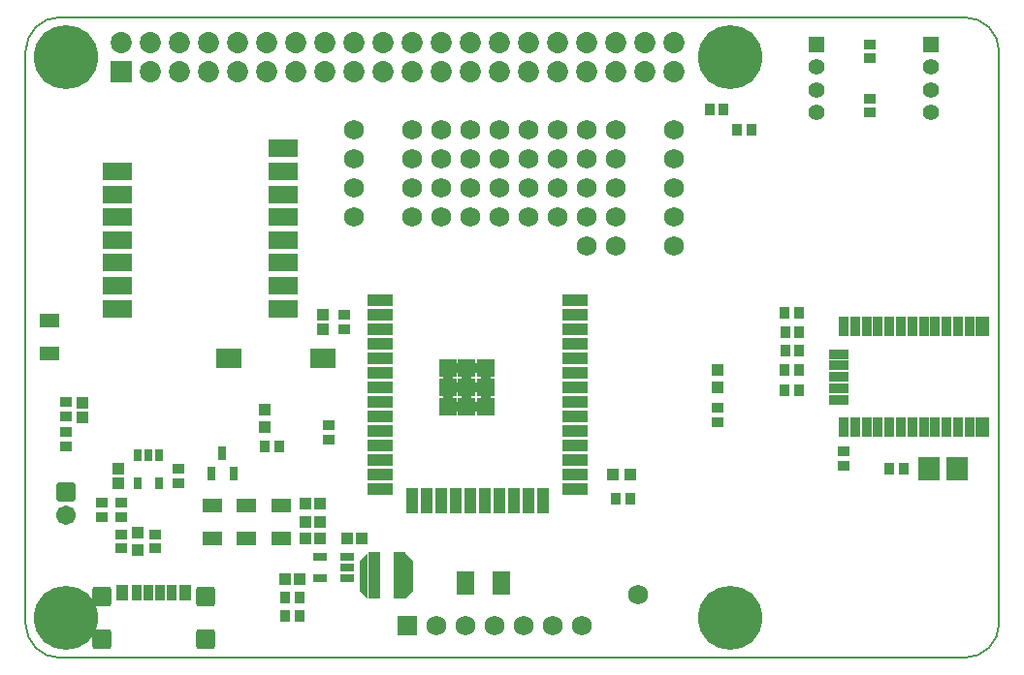
<source format=gts>
G04*
G04 #@! TF.GenerationSoftware,Altium Limited,CircuitMaker,2.2.1 (2.2.1.6)*
G04*
G04 Layer_Color=20142*
%FSLAX44Y44*%
%MOMM*%
G71*
G04*
G04 #@! TF.SameCoordinates,9F1E3F87-7A7F-4E4B-B1B4-4F695BE8A883*
G04*
G04*
G04 #@! TF.FilePolarity,Negative*
G04*
G01*
G75*
%ADD14C,0.2000*%
%ADD41R,0.9032X1.0532*%
%ADD42R,1.7032X1.2032*%
%ADD43R,2.2032X1.7032*%
%ADD44R,1.0532X0.9032*%
%ADD45R,1.0160X1.4732*%
%ADD46R,0.9144X1.4732*%
%ADD47R,0.9652X1.4732*%
%ADD48R,1.1032X1.0032*%
%ADD49R,1.0032X1.1032*%
%ADD50R,1.0160X1.0922*%
%ADD51R,1.5032X2.0032*%
%ADD52R,0.8032X1.1032*%
%ADD53R,0.8032X1.3032*%
%ADD54R,1.3032X0.7531*%
%ADD55R,1.1032X4.1032*%
%ADD56R,1.8532X2.0032*%
%ADD57R,1.7032X0.9032*%
%ADD58R,0.9032X1.7032*%
%ADD59R,1.2032X1.7032*%
%ADD60R,1.0922X1.0160*%
%ADD61R,2.2032X1.1032*%
%ADD62R,1.1032X2.2032*%
%ADD63R,1.5332X1.5332*%
%ADD64R,2.6032X1.6032*%
%ADD65C,1.7532*%
%ADD66C,1.8542*%
%ADD67R,1.8542X1.8542*%
G04:AMPARAMS|DCode=68|XSize=1.7272mm|YSize=1.7272mm|CornerRadius=0.2921mm|HoleSize=0mm|Usage=FLASHONLY|Rotation=0.000|XOffset=0mm|YOffset=0mm|HoleType=Round|Shape=RoundedRectangle|*
%AMROUNDEDRECTD68*
21,1,1.7272,1.1430,0,0,0.0*
21,1,1.1430,1.7272,0,0,0.0*
1,1,0.5842,0.5715,-0.5715*
1,1,0.5842,-0.5715,-0.5715*
1,1,0.5842,-0.5715,0.5715*
1,1,0.5842,0.5715,0.5715*
%
%ADD68ROUNDEDRECTD68*%
%ADD69C,1.7272*%
%ADD70R,1.7272X1.7272*%
%ADD71C,5.6000*%
%ADD72R,1.4032X1.4032*%
%ADD73C,1.4032*%
%ADD74C,1.7032*%
G04:AMPARAMS|DCode=75|XSize=1.7032mm|YSize=1.7032mm|CornerRadius=0.2891mm|HoleSize=0mm|Usage=FLASHONLY|Rotation=90.000|XOffset=0mm|YOffset=0mm|HoleType=Round|Shape=RoundedRectangle|*
%AMROUNDEDRECTD75*
21,1,1.7032,1.1250,0,0,90.0*
21,1,1.1250,1.7032,0,0,90.0*
1,1,0.5782,0.5625,0.5625*
1,1,0.5782,0.5625,-0.5625*
1,1,0.5782,-0.5625,-0.5625*
1,1,0.5782,-0.5625,0.5625*
%
%ADD75ROUNDEDRECTD75*%
%ADD76C,0.8832*%
G36*
X263750Y17000D02*
X256750Y24000D01*
Y50000D01*
X263750Y57000D01*
Y17000D01*
D02*
G37*
G36*
X296750Y57000D02*
X303750Y50000D01*
Y24000D01*
X296750Y17000D01*
Y57000D01*
D02*
G37*
D14*
X-5000Y525000D02*
G03*
X-35000Y495000I0J-30000D01*
G01*
X815000D02*
G03*
X785000Y525000I-30000J0D01*
G01*
Y-35000D02*
G03*
X815000Y-5000I0J30000D01*
G01*
X-35000D02*
G03*
X-5000Y-35000I30000J0D01*
G01*
X-35000Y-5000D02*
Y495000D01*
X815000Y-5000D02*
Y495000D01*
X-5000Y525000D02*
X785000D01*
X-5000Y-35000D02*
X785000D01*
D41*
X586050Y426500D02*
D03*
X598550D02*
D03*
X562050Y444500D02*
D03*
X574550D02*
D03*
X174000Y150000D02*
D03*
X186500D02*
D03*
X204250Y18000D02*
D03*
X191750D02*
D03*
X204250Y2000D02*
D03*
X191750D02*
D03*
X627950Y198500D02*
D03*
X640450D02*
D03*
X627950Y266500D02*
D03*
X640450D02*
D03*
X718950Y130500D02*
D03*
X731450D02*
D03*
X627950Y216500D02*
D03*
X640450D02*
D03*
X628250Y233800D02*
D03*
X640750D02*
D03*
X628250Y249800D02*
D03*
X640750D02*
D03*
X480120Y104000D02*
D03*
X492620D02*
D03*
D42*
X-14300Y230800D02*
D03*
Y259800D02*
D03*
X188000Y98500D02*
D03*
Y69500D02*
D03*
X158000D02*
D03*
Y98500D02*
D03*
X128000Y69500D02*
D03*
Y98500D02*
D03*
D43*
X142300Y227000D02*
D03*
X224300D02*
D03*
D44*
X243300Y264850D02*
D03*
Y252350D02*
D03*
X78250Y73000D02*
D03*
Y60500D02*
D03*
X230000Y168250D02*
D03*
Y155750D02*
D03*
X679200Y145500D02*
D03*
Y133000D02*
D03*
X32000Y100250D02*
D03*
Y87750D02*
D03*
X48250Y73000D02*
D03*
Y60500D02*
D03*
X98060Y130440D02*
D03*
Y117940D02*
D03*
X569300Y170760D02*
D03*
Y183260D02*
D03*
X48250Y100250D02*
D03*
Y87750D02*
D03*
X0Y162500D02*
D03*
Y150000D02*
D03*
Y188500D02*
D03*
Y176000D02*
D03*
X702060Y454005D02*
D03*
Y441505D02*
D03*
Y489000D02*
D03*
Y501500D02*
D03*
D45*
X104432Y22320D02*
D03*
X49568D02*
D03*
D46*
X92240D02*
D03*
X82080D02*
D03*
D47*
X71920D02*
D03*
X61760D02*
D03*
D48*
X224300Y264550D02*
D03*
Y252050D02*
D03*
X46000Y130250D02*
D03*
Y117750D02*
D03*
X15000Y175500D02*
D03*
Y188000D02*
D03*
D49*
X191750Y34000D02*
D03*
X204250D02*
D03*
X258250Y69000D02*
D03*
X245750D02*
D03*
X209750D02*
D03*
X222250D02*
D03*
X209750Y100000D02*
D03*
X222250D02*
D03*
X209750Y84000D02*
D03*
X222250D02*
D03*
D50*
X174000Y166380D02*
D03*
Y181620D02*
D03*
X63250Y59130D02*
D03*
Y74370D02*
D03*
X569300Y216500D02*
D03*
Y201260D02*
D03*
D51*
X380500Y30000D02*
D03*
X349500D02*
D03*
D52*
X81560Y117940D02*
D03*
X62560D02*
D03*
Y141940D02*
D03*
X72060D02*
D03*
X81560D02*
D03*
D53*
X137000Y144000D02*
D03*
X146500Y126000D02*
D03*
X127500D02*
D03*
D54*
X246000Y34500D02*
D03*
Y44000D02*
D03*
Y53500D02*
D03*
X222000D02*
D03*
Y34500D02*
D03*
D55*
X291250Y37000D02*
D03*
X269250D02*
D03*
D56*
X753950Y130500D02*
D03*
X778450D02*
D03*
D57*
X675200Y210500D02*
D03*
Y220500D02*
D03*
Y230500D02*
D03*
Y200500D02*
D03*
Y190500D02*
D03*
D58*
X789200Y166500D02*
D03*
X769200D02*
D03*
X779200D02*
D03*
X759200D02*
D03*
X749200D02*
D03*
X739200D02*
D03*
X729200D02*
D03*
X719200D02*
D03*
X709200D02*
D03*
X699200D02*
D03*
X689200D02*
D03*
X679200D02*
D03*
Y254500D02*
D03*
X689200D02*
D03*
X699200D02*
D03*
X709200D02*
D03*
X719200D02*
D03*
X729200D02*
D03*
X739200D02*
D03*
X749200D02*
D03*
X759200D02*
D03*
X779200D02*
D03*
X769200D02*
D03*
X789200D02*
D03*
D59*
X800700Y166500D02*
D03*
Y254500D02*
D03*
D60*
X477380Y125000D02*
D03*
X492620D02*
D03*
D61*
X445000Y277550D02*
D03*
Y264850D02*
D03*
Y252150D02*
D03*
Y239450D02*
D03*
Y226750D02*
D03*
Y214050D02*
D03*
Y201350D02*
D03*
Y188650D02*
D03*
Y175950D02*
D03*
Y163250D02*
D03*
Y150550D02*
D03*
Y137850D02*
D03*
Y125150D02*
D03*
Y112450D02*
D03*
X275000D02*
D03*
Y125150D02*
D03*
Y137850D02*
D03*
Y150550D02*
D03*
Y163250D02*
D03*
Y175950D02*
D03*
Y188650D02*
D03*
Y201350D02*
D03*
Y214050D02*
D03*
Y226750D02*
D03*
Y239450D02*
D03*
Y252150D02*
D03*
Y264850D02*
D03*
Y277550D02*
D03*
D62*
X417150Y102450D02*
D03*
X404450D02*
D03*
X391750D02*
D03*
X379050D02*
D03*
X366350D02*
D03*
X353650D02*
D03*
X340950D02*
D03*
X328250D02*
D03*
X315550D02*
D03*
X302850D02*
D03*
D63*
X350000Y201350D02*
D03*
Y217950D02*
D03*
Y184850D02*
D03*
X366500D02*
D03*
Y217950D02*
D03*
Y201350D02*
D03*
X333500Y184850D02*
D03*
Y217950D02*
D03*
Y201350D02*
D03*
D64*
X189900Y270300D02*
D03*
Y290300D02*
D03*
Y310300D02*
D03*
Y330300D02*
D03*
Y350300D02*
D03*
Y370300D02*
D03*
Y390300D02*
D03*
Y410300D02*
D03*
X44900Y270300D02*
D03*
Y290300D02*
D03*
Y310300D02*
D03*
Y330300D02*
D03*
Y350300D02*
D03*
Y370300D02*
D03*
Y390300D02*
D03*
D65*
X500000Y20000D02*
D03*
X531300Y401100D02*
D03*
Y426500D02*
D03*
X480500Y375700D02*
D03*
Y350300D02*
D03*
Y426500D02*
D03*
Y401100D02*
D03*
X251900D02*
D03*
Y426500D02*
D03*
Y350300D02*
D03*
Y375700D02*
D03*
X455100Y401100D02*
D03*
Y426500D02*
D03*
Y350300D02*
D03*
Y375700D02*
D03*
X429700Y401100D02*
D03*
Y426500D02*
D03*
Y350300D02*
D03*
Y375700D02*
D03*
X404300Y401100D02*
D03*
Y426500D02*
D03*
Y350300D02*
D03*
Y375700D02*
D03*
X531300D02*
D03*
Y324900D02*
D03*
Y350300D02*
D03*
X302700Y375700D02*
D03*
Y350300D02*
D03*
Y426500D02*
D03*
Y401100D02*
D03*
X480500Y324900D02*
D03*
X455100D02*
D03*
X328100Y375700D02*
D03*
X353500D02*
D03*
X328100Y350300D02*
D03*
X353500D02*
D03*
X328100Y426500D02*
D03*
X353500D02*
D03*
X328100Y401100D02*
D03*
X353500D02*
D03*
X378900Y375700D02*
D03*
Y350300D02*
D03*
Y426500D02*
D03*
Y401100D02*
D03*
D66*
X353500Y477300D02*
D03*
X378900D02*
D03*
X404300D02*
D03*
X429700D02*
D03*
X455100D02*
D03*
X480500D02*
D03*
X505900D02*
D03*
X531300D02*
D03*
X74100D02*
D03*
X328100D02*
D03*
X302700D02*
D03*
X277300D02*
D03*
X251900D02*
D03*
X226500D02*
D03*
X201100D02*
D03*
X175700D02*
D03*
X150300D02*
D03*
X124900D02*
D03*
X99500D02*
D03*
Y502700D02*
D03*
X124900D02*
D03*
X150300D02*
D03*
X175700D02*
D03*
X201100D02*
D03*
X226500D02*
D03*
X251900D02*
D03*
X277300D02*
D03*
X302700D02*
D03*
X328100D02*
D03*
X353500D02*
D03*
X378900D02*
D03*
X404300D02*
D03*
X429700D02*
D03*
X455100D02*
D03*
X480500D02*
D03*
X505900D02*
D03*
X531300D02*
D03*
X48700D02*
D03*
X74100D02*
D03*
D67*
X48700Y477300D02*
D03*
D68*
X122200Y18410D02*
D03*
X31820Y-18320D02*
D03*
X122180D02*
D03*
X31800Y18410D02*
D03*
D69*
X348800Y-7000D02*
D03*
X374200D02*
D03*
X323400D02*
D03*
X450400D02*
D03*
X425000D02*
D03*
X399600D02*
D03*
D70*
X298000D02*
D03*
D71*
X580000Y0D02*
D03*
Y490000D02*
D03*
X0Y490000D02*
D03*
Y0D02*
D03*
D72*
X755573Y501500D02*
D03*
X655573D02*
D03*
D73*
X755573Y481500D02*
D03*
Y461500D02*
D03*
X755827Y441500D02*
D03*
X655573Y481500D02*
D03*
Y461500D02*
D03*
X655827Y441500D02*
D03*
D74*
X0Y90000D02*
D03*
D75*
Y110000D02*
D03*
D76*
X341800Y184850D02*
D03*
X358300Y201350D02*
D03*
Y184850D02*
D03*
X341800Y201350D02*
D03*
X366500Y209650D02*
D03*
X350000D02*
D03*
X333500D02*
D03*
X366500Y193050D02*
D03*
X350000D02*
D03*
X333500D02*
D03*
X358300Y217950D02*
D03*
X341800D02*
D03*
M02*

</source>
